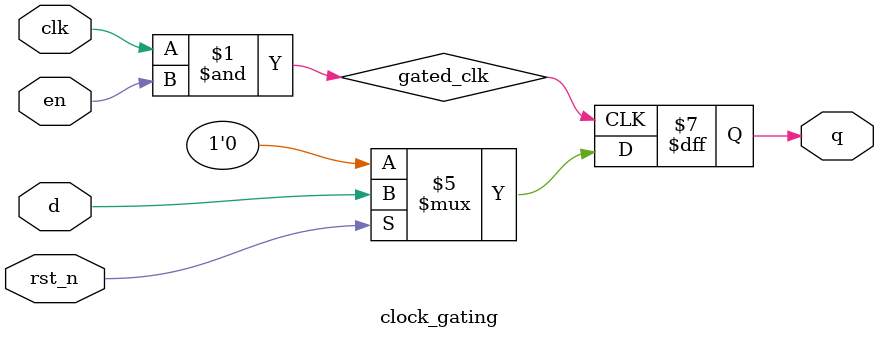
<source format=v>

module clock_gating (clk,rst_n,d,en,q);
input clk,rst_n,en,d;
output reg q;
wire gated_clk;
//  reg latch_out;

  
assign gated_clk = clk & en;
  
always@(posedge gated_clk) begin
if(!rst_n) q<=0;
else    q<=d;
end

endmodule

</source>
